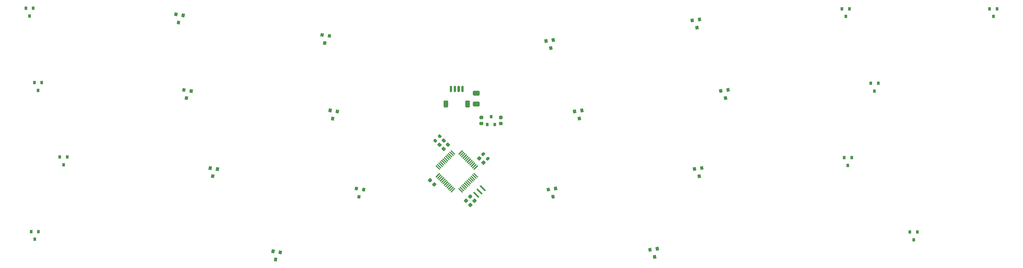
<source format=gbr>
%TF.GenerationSoftware,KiCad,Pcbnew,(5.1.8)-1*%
%TF.CreationDate,2021-05-05T18:46:58+02:00*%
%TF.ProjectId,Annelise,416e6e65-6c69-4736-952e-6b696361645f,rev?*%
%TF.SameCoordinates,Original*%
%TF.FileFunction,Paste,Bot*%
%TF.FilePolarity,Positive*%
%FSLAX46Y46*%
G04 Gerber Fmt 4.6, Leading zero omitted, Abs format (unit mm)*
G04 Created by KiCad (PCBNEW (5.1.8)-1) date 2021-05-05 18:46:58*
%MOMM*%
%LPD*%
G01*
G04 APERTURE LIST*
%ADD10C,0.100000*%
%ADD11R,0.800000X0.900000*%
G04 APERTURE END LIST*
D10*
%TO.C,Y1*%
G36*
X167543567Y-131394150D02*
G01*
X168887070Y-132737653D01*
X168604227Y-133020496D01*
X167260724Y-131676993D01*
X167543567Y-131394150D01*
G37*
G36*
X168392095Y-130545622D02*
G01*
X169735598Y-131889125D01*
X169452755Y-132171968D01*
X168109252Y-130828465D01*
X168392095Y-130545622D01*
G37*
G36*
X169240623Y-129697094D02*
G01*
X170584126Y-131040597D01*
X170301283Y-131323440D01*
X168957780Y-129979937D01*
X169240623Y-129697094D01*
G37*
%TD*%
D11*
%TO.C,U3*%
X171872425Y-112033795D03*
X170922425Y-114033795D03*
X172822425Y-114033795D03*
%TD*%
%TO.C,U2*%
G36*
G01*
X168484825Y-124822615D02*
X167547909Y-125759531D01*
G75*
G02*
X167441843Y-125759531I-53033J53033D01*
G01*
X167335777Y-125653465D01*
G75*
G02*
X167335777Y-125547399I53033J53033D01*
G01*
X168272693Y-124610483D01*
G75*
G02*
X168378759Y-124610483I53033J-53033D01*
G01*
X168484825Y-124716549D01*
G75*
G02*
X168484825Y-124822615I-53033J-53033D01*
G01*
G37*
G36*
G01*
X168131271Y-124469061D02*
X167194355Y-125405977D01*
G75*
G02*
X167088289Y-125405977I-53033J53033D01*
G01*
X166982223Y-125299911D01*
G75*
G02*
X166982223Y-125193845I53033J53033D01*
G01*
X167919139Y-124256929D01*
G75*
G02*
X168025205Y-124256929I53033J-53033D01*
G01*
X168131271Y-124362995D01*
G75*
G02*
X168131271Y-124469061I-53033J-53033D01*
G01*
G37*
G36*
G01*
X167777718Y-124115508D02*
X166840802Y-125052424D01*
G75*
G02*
X166734736Y-125052424I-53033J53033D01*
G01*
X166628670Y-124946358D01*
G75*
G02*
X166628670Y-124840292I53033J53033D01*
G01*
X167565586Y-123903376D01*
G75*
G02*
X167671652Y-123903376I53033J-53033D01*
G01*
X167777718Y-124009442D01*
G75*
G02*
X167777718Y-124115508I-53033J-53033D01*
G01*
G37*
G36*
G01*
X167424164Y-123761954D02*
X166487248Y-124698870D01*
G75*
G02*
X166381182Y-124698870I-53033J53033D01*
G01*
X166275116Y-124592804D01*
G75*
G02*
X166275116Y-124486738I53033J53033D01*
G01*
X167212032Y-123549822D01*
G75*
G02*
X167318098Y-123549822I53033J-53033D01*
G01*
X167424164Y-123655888D01*
G75*
G02*
X167424164Y-123761954I-53033J-53033D01*
G01*
G37*
G36*
G01*
X167070611Y-123408401D02*
X166133695Y-124345317D01*
G75*
G02*
X166027629Y-124345317I-53033J53033D01*
G01*
X165921563Y-124239251D01*
G75*
G02*
X165921563Y-124133185I53033J53033D01*
G01*
X166858479Y-123196269D01*
G75*
G02*
X166964545Y-123196269I53033J-53033D01*
G01*
X167070611Y-123302335D01*
G75*
G02*
X167070611Y-123408401I-53033J-53033D01*
G01*
G37*
G36*
G01*
X166717058Y-123054848D02*
X165780142Y-123991764D01*
G75*
G02*
X165674076Y-123991764I-53033J53033D01*
G01*
X165568010Y-123885698D01*
G75*
G02*
X165568010Y-123779632I53033J53033D01*
G01*
X166504926Y-122842716D01*
G75*
G02*
X166610992Y-122842716I53033J-53033D01*
G01*
X166717058Y-122948782D01*
G75*
G02*
X166717058Y-123054848I-53033J-53033D01*
G01*
G37*
G36*
G01*
X166363504Y-122701294D02*
X165426588Y-123638210D01*
G75*
G02*
X165320522Y-123638210I-53033J53033D01*
G01*
X165214456Y-123532144D01*
G75*
G02*
X165214456Y-123426078I53033J53033D01*
G01*
X166151372Y-122489162D01*
G75*
G02*
X166257438Y-122489162I53033J-53033D01*
G01*
X166363504Y-122595228D01*
G75*
G02*
X166363504Y-122701294I-53033J-53033D01*
G01*
G37*
G36*
G01*
X166009951Y-122347741D02*
X165073035Y-123284657D01*
G75*
G02*
X164966969Y-123284657I-53033J53033D01*
G01*
X164860903Y-123178591D01*
G75*
G02*
X164860903Y-123072525I53033J53033D01*
G01*
X165797819Y-122135609D01*
G75*
G02*
X165903885Y-122135609I53033J-53033D01*
G01*
X166009951Y-122241675D01*
G75*
G02*
X166009951Y-122347741I-53033J-53033D01*
G01*
G37*
G36*
G01*
X165656398Y-121994188D02*
X164719482Y-122931104D01*
G75*
G02*
X164613416Y-122931104I-53033J53033D01*
G01*
X164507350Y-122825038D01*
G75*
G02*
X164507350Y-122718972I53033J53033D01*
G01*
X165444266Y-121782056D01*
G75*
G02*
X165550332Y-121782056I53033J-53033D01*
G01*
X165656398Y-121888122D01*
G75*
G02*
X165656398Y-121994188I-53033J-53033D01*
G01*
G37*
G36*
G01*
X165302844Y-121640634D02*
X164365928Y-122577550D01*
G75*
G02*
X164259862Y-122577550I-53033J53033D01*
G01*
X164153796Y-122471484D01*
G75*
G02*
X164153796Y-122365418I53033J53033D01*
G01*
X165090712Y-121428502D01*
G75*
G02*
X165196778Y-121428502I53033J-53033D01*
G01*
X165302844Y-121534568D01*
G75*
G02*
X165302844Y-121640634I-53033J-53033D01*
G01*
G37*
G36*
G01*
X164949291Y-121287081D02*
X164012375Y-122223997D01*
G75*
G02*
X163906309Y-122223997I-53033J53033D01*
G01*
X163800243Y-122117931D01*
G75*
G02*
X163800243Y-122011865I53033J53033D01*
G01*
X164737159Y-121074949D01*
G75*
G02*
X164843225Y-121074949I53033J-53033D01*
G01*
X164949291Y-121181015D01*
G75*
G02*
X164949291Y-121287081I-53033J-53033D01*
G01*
G37*
G36*
G01*
X164595737Y-120933527D02*
X163658821Y-121870443D01*
G75*
G02*
X163552755Y-121870443I-53033J53033D01*
G01*
X163446689Y-121764377D01*
G75*
G02*
X163446689Y-121658311I53033J53033D01*
G01*
X164383605Y-120721395D01*
G75*
G02*
X164489671Y-120721395I53033J-53033D01*
G01*
X164595737Y-120827461D01*
G75*
G02*
X164595737Y-120933527I-53033J-53033D01*
G01*
G37*
G36*
G01*
X162598161Y-121764377D02*
X162492095Y-121870443D01*
G75*
G02*
X162386029Y-121870443I-53033J53033D01*
G01*
X161449113Y-120933527D01*
G75*
G02*
X161449113Y-120827461I53033J53033D01*
G01*
X161555179Y-120721395D01*
G75*
G02*
X161661245Y-120721395I53033J-53033D01*
G01*
X162598161Y-121658311D01*
G75*
G02*
X162598161Y-121764377I-53033J-53033D01*
G01*
G37*
G36*
G01*
X162244607Y-122117931D02*
X162138541Y-122223997D01*
G75*
G02*
X162032475Y-122223997I-53033J53033D01*
G01*
X161095559Y-121287081D01*
G75*
G02*
X161095559Y-121181015I53033J53033D01*
G01*
X161201625Y-121074949D01*
G75*
G02*
X161307691Y-121074949I53033J-53033D01*
G01*
X162244607Y-122011865D01*
G75*
G02*
X162244607Y-122117931I-53033J-53033D01*
G01*
G37*
G36*
G01*
X161891054Y-122471484D02*
X161784988Y-122577550D01*
G75*
G02*
X161678922Y-122577550I-53033J53033D01*
G01*
X160742006Y-121640634D01*
G75*
G02*
X160742006Y-121534568I53033J53033D01*
G01*
X160848072Y-121428502D01*
G75*
G02*
X160954138Y-121428502I53033J-53033D01*
G01*
X161891054Y-122365418D01*
G75*
G02*
X161891054Y-122471484I-53033J-53033D01*
G01*
G37*
G36*
G01*
X161537500Y-122825038D02*
X161431434Y-122931104D01*
G75*
G02*
X161325368Y-122931104I-53033J53033D01*
G01*
X160388452Y-121994188D01*
G75*
G02*
X160388452Y-121888122I53033J53033D01*
G01*
X160494518Y-121782056D01*
G75*
G02*
X160600584Y-121782056I53033J-53033D01*
G01*
X161537500Y-122718972D01*
G75*
G02*
X161537500Y-122825038I-53033J-53033D01*
G01*
G37*
G36*
G01*
X161183947Y-123178591D02*
X161077881Y-123284657D01*
G75*
G02*
X160971815Y-123284657I-53033J53033D01*
G01*
X160034899Y-122347741D01*
G75*
G02*
X160034899Y-122241675I53033J53033D01*
G01*
X160140965Y-122135609D01*
G75*
G02*
X160247031Y-122135609I53033J-53033D01*
G01*
X161183947Y-123072525D01*
G75*
G02*
X161183947Y-123178591I-53033J-53033D01*
G01*
G37*
G36*
G01*
X160830394Y-123532144D02*
X160724328Y-123638210D01*
G75*
G02*
X160618262Y-123638210I-53033J53033D01*
G01*
X159681346Y-122701294D01*
G75*
G02*
X159681346Y-122595228I53033J53033D01*
G01*
X159787412Y-122489162D01*
G75*
G02*
X159893478Y-122489162I53033J-53033D01*
G01*
X160830394Y-123426078D01*
G75*
G02*
X160830394Y-123532144I-53033J-53033D01*
G01*
G37*
G36*
G01*
X160476840Y-123885698D02*
X160370774Y-123991764D01*
G75*
G02*
X160264708Y-123991764I-53033J53033D01*
G01*
X159327792Y-123054848D01*
G75*
G02*
X159327792Y-122948782I53033J53033D01*
G01*
X159433858Y-122842716D01*
G75*
G02*
X159539924Y-122842716I53033J-53033D01*
G01*
X160476840Y-123779632D01*
G75*
G02*
X160476840Y-123885698I-53033J-53033D01*
G01*
G37*
G36*
G01*
X160123287Y-124239251D02*
X160017221Y-124345317D01*
G75*
G02*
X159911155Y-124345317I-53033J53033D01*
G01*
X158974239Y-123408401D01*
G75*
G02*
X158974239Y-123302335I53033J53033D01*
G01*
X159080305Y-123196269D01*
G75*
G02*
X159186371Y-123196269I53033J-53033D01*
G01*
X160123287Y-124133185D01*
G75*
G02*
X160123287Y-124239251I-53033J-53033D01*
G01*
G37*
G36*
G01*
X159769734Y-124592804D02*
X159663668Y-124698870D01*
G75*
G02*
X159557602Y-124698870I-53033J53033D01*
G01*
X158620686Y-123761954D01*
G75*
G02*
X158620686Y-123655888I53033J53033D01*
G01*
X158726752Y-123549822D01*
G75*
G02*
X158832818Y-123549822I53033J-53033D01*
G01*
X159769734Y-124486738D01*
G75*
G02*
X159769734Y-124592804I-53033J-53033D01*
G01*
G37*
G36*
G01*
X159416180Y-124946358D02*
X159310114Y-125052424D01*
G75*
G02*
X159204048Y-125052424I-53033J53033D01*
G01*
X158267132Y-124115508D01*
G75*
G02*
X158267132Y-124009442I53033J53033D01*
G01*
X158373198Y-123903376D01*
G75*
G02*
X158479264Y-123903376I53033J-53033D01*
G01*
X159416180Y-124840292D01*
G75*
G02*
X159416180Y-124946358I-53033J-53033D01*
G01*
G37*
G36*
G01*
X159062627Y-125299911D02*
X158956561Y-125405977D01*
G75*
G02*
X158850495Y-125405977I-53033J53033D01*
G01*
X157913579Y-124469061D01*
G75*
G02*
X157913579Y-124362995I53033J53033D01*
G01*
X158019645Y-124256929D01*
G75*
G02*
X158125711Y-124256929I53033J-53033D01*
G01*
X159062627Y-125193845D01*
G75*
G02*
X159062627Y-125299911I-53033J-53033D01*
G01*
G37*
G36*
G01*
X158709073Y-125653465D02*
X158603007Y-125759531D01*
G75*
G02*
X158496941Y-125759531I-53033J53033D01*
G01*
X157560025Y-124822615D01*
G75*
G02*
X157560025Y-124716549I53033J53033D01*
G01*
X157666091Y-124610483D01*
G75*
G02*
X157772157Y-124610483I53033J-53033D01*
G01*
X158709073Y-125547399D01*
G75*
G02*
X158709073Y-125653465I-53033J-53033D01*
G01*
G37*
G36*
G01*
X158709073Y-126820191D02*
X157772157Y-127757107D01*
G75*
G02*
X157666091Y-127757107I-53033J53033D01*
G01*
X157560025Y-127651041D01*
G75*
G02*
X157560025Y-127544975I53033J53033D01*
G01*
X158496941Y-126608059D01*
G75*
G02*
X158603007Y-126608059I53033J-53033D01*
G01*
X158709073Y-126714125D01*
G75*
G02*
X158709073Y-126820191I-53033J-53033D01*
G01*
G37*
G36*
G01*
X159062627Y-127173745D02*
X158125711Y-128110661D01*
G75*
G02*
X158019645Y-128110661I-53033J53033D01*
G01*
X157913579Y-128004595D01*
G75*
G02*
X157913579Y-127898529I53033J53033D01*
G01*
X158850495Y-126961613D01*
G75*
G02*
X158956561Y-126961613I53033J-53033D01*
G01*
X159062627Y-127067679D01*
G75*
G02*
X159062627Y-127173745I-53033J-53033D01*
G01*
G37*
G36*
G01*
X159416180Y-127527298D02*
X158479264Y-128464214D01*
G75*
G02*
X158373198Y-128464214I-53033J53033D01*
G01*
X158267132Y-128358148D01*
G75*
G02*
X158267132Y-128252082I53033J53033D01*
G01*
X159204048Y-127315166D01*
G75*
G02*
X159310114Y-127315166I53033J-53033D01*
G01*
X159416180Y-127421232D01*
G75*
G02*
X159416180Y-127527298I-53033J-53033D01*
G01*
G37*
G36*
G01*
X159769734Y-127880852D02*
X158832818Y-128817768D01*
G75*
G02*
X158726752Y-128817768I-53033J53033D01*
G01*
X158620686Y-128711702D01*
G75*
G02*
X158620686Y-128605636I53033J53033D01*
G01*
X159557602Y-127668720D01*
G75*
G02*
X159663668Y-127668720I53033J-53033D01*
G01*
X159769734Y-127774786D01*
G75*
G02*
X159769734Y-127880852I-53033J-53033D01*
G01*
G37*
G36*
G01*
X160123287Y-128234405D02*
X159186371Y-129171321D01*
G75*
G02*
X159080305Y-129171321I-53033J53033D01*
G01*
X158974239Y-129065255D01*
G75*
G02*
X158974239Y-128959189I53033J53033D01*
G01*
X159911155Y-128022273D01*
G75*
G02*
X160017221Y-128022273I53033J-53033D01*
G01*
X160123287Y-128128339D01*
G75*
G02*
X160123287Y-128234405I-53033J-53033D01*
G01*
G37*
G36*
G01*
X160476840Y-128587958D02*
X159539924Y-129524874D01*
G75*
G02*
X159433858Y-129524874I-53033J53033D01*
G01*
X159327792Y-129418808D01*
G75*
G02*
X159327792Y-129312742I53033J53033D01*
G01*
X160264708Y-128375826D01*
G75*
G02*
X160370774Y-128375826I53033J-53033D01*
G01*
X160476840Y-128481892D01*
G75*
G02*
X160476840Y-128587958I-53033J-53033D01*
G01*
G37*
G36*
G01*
X160830394Y-128941512D02*
X159893478Y-129878428D01*
G75*
G02*
X159787412Y-129878428I-53033J53033D01*
G01*
X159681346Y-129772362D01*
G75*
G02*
X159681346Y-129666296I53033J53033D01*
G01*
X160618262Y-128729380D01*
G75*
G02*
X160724328Y-128729380I53033J-53033D01*
G01*
X160830394Y-128835446D01*
G75*
G02*
X160830394Y-128941512I-53033J-53033D01*
G01*
G37*
G36*
G01*
X161183947Y-129295065D02*
X160247031Y-130231981D01*
G75*
G02*
X160140965Y-130231981I-53033J53033D01*
G01*
X160034899Y-130125915D01*
G75*
G02*
X160034899Y-130019849I53033J53033D01*
G01*
X160971815Y-129082933D01*
G75*
G02*
X161077881Y-129082933I53033J-53033D01*
G01*
X161183947Y-129188999D01*
G75*
G02*
X161183947Y-129295065I-53033J-53033D01*
G01*
G37*
G36*
G01*
X161537500Y-129648618D02*
X160600584Y-130585534D01*
G75*
G02*
X160494518Y-130585534I-53033J53033D01*
G01*
X160388452Y-130479468D01*
G75*
G02*
X160388452Y-130373402I53033J53033D01*
G01*
X161325368Y-129436486D01*
G75*
G02*
X161431434Y-129436486I53033J-53033D01*
G01*
X161537500Y-129542552D01*
G75*
G02*
X161537500Y-129648618I-53033J-53033D01*
G01*
G37*
G36*
G01*
X161891054Y-130002172D02*
X160954138Y-130939088D01*
G75*
G02*
X160848072Y-130939088I-53033J53033D01*
G01*
X160742006Y-130833022D01*
G75*
G02*
X160742006Y-130726956I53033J53033D01*
G01*
X161678922Y-129790040D01*
G75*
G02*
X161784988Y-129790040I53033J-53033D01*
G01*
X161891054Y-129896106D01*
G75*
G02*
X161891054Y-130002172I-53033J-53033D01*
G01*
G37*
G36*
G01*
X162244607Y-130355725D02*
X161307691Y-131292641D01*
G75*
G02*
X161201625Y-131292641I-53033J53033D01*
G01*
X161095559Y-131186575D01*
G75*
G02*
X161095559Y-131080509I53033J53033D01*
G01*
X162032475Y-130143593D01*
G75*
G02*
X162138541Y-130143593I53033J-53033D01*
G01*
X162244607Y-130249659D01*
G75*
G02*
X162244607Y-130355725I-53033J-53033D01*
G01*
G37*
G36*
G01*
X162598161Y-130709279D02*
X161661245Y-131646195D01*
G75*
G02*
X161555179Y-131646195I-53033J53033D01*
G01*
X161449113Y-131540129D01*
G75*
G02*
X161449113Y-131434063I53033J53033D01*
G01*
X162386029Y-130497147D01*
G75*
G02*
X162492095Y-130497147I53033J-53033D01*
G01*
X162598161Y-130603213D01*
G75*
G02*
X162598161Y-130709279I-53033J-53033D01*
G01*
G37*
G36*
G01*
X164595737Y-131540129D02*
X164489671Y-131646195D01*
G75*
G02*
X164383605Y-131646195I-53033J53033D01*
G01*
X163446689Y-130709279D01*
G75*
G02*
X163446689Y-130603213I53033J53033D01*
G01*
X163552755Y-130497147D01*
G75*
G02*
X163658821Y-130497147I53033J-53033D01*
G01*
X164595737Y-131434063D01*
G75*
G02*
X164595737Y-131540129I-53033J-53033D01*
G01*
G37*
G36*
G01*
X164949291Y-131186575D02*
X164843225Y-131292641D01*
G75*
G02*
X164737159Y-131292641I-53033J53033D01*
G01*
X163800243Y-130355725D01*
G75*
G02*
X163800243Y-130249659I53033J53033D01*
G01*
X163906309Y-130143593D01*
G75*
G02*
X164012375Y-130143593I53033J-53033D01*
G01*
X164949291Y-131080509D01*
G75*
G02*
X164949291Y-131186575I-53033J-53033D01*
G01*
G37*
G36*
G01*
X165302844Y-130833022D02*
X165196778Y-130939088D01*
G75*
G02*
X165090712Y-130939088I-53033J53033D01*
G01*
X164153796Y-130002172D01*
G75*
G02*
X164153796Y-129896106I53033J53033D01*
G01*
X164259862Y-129790040D01*
G75*
G02*
X164365928Y-129790040I53033J-53033D01*
G01*
X165302844Y-130726956D01*
G75*
G02*
X165302844Y-130833022I-53033J-53033D01*
G01*
G37*
G36*
G01*
X165656398Y-130479468D02*
X165550332Y-130585534D01*
G75*
G02*
X165444266Y-130585534I-53033J53033D01*
G01*
X164507350Y-129648618D01*
G75*
G02*
X164507350Y-129542552I53033J53033D01*
G01*
X164613416Y-129436486D01*
G75*
G02*
X164719482Y-129436486I53033J-53033D01*
G01*
X165656398Y-130373402D01*
G75*
G02*
X165656398Y-130479468I-53033J-53033D01*
G01*
G37*
G36*
G01*
X166009951Y-130125915D02*
X165903885Y-130231981D01*
G75*
G02*
X165797819Y-130231981I-53033J53033D01*
G01*
X164860903Y-129295065D01*
G75*
G02*
X164860903Y-129188999I53033J53033D01*
G01*
X164966969Y-129082933D01*
G75*
G02*
X165073035Y-129082933I53033J-53033D01*
G01*
X166009951Y-130019849D01*
G75*
G02*
X166009951Y-130125915I-53033J-53033D01*
G01*
G37*
G36*
G01*
X166363504Y-129772362D02*
X166257438Y-129878428D01*
G75*
G02*
X166151372Y-129878428I-53033J53033D01*
G01*
X165214456Y-128941512D01*
G75*
G02*
X165214456Y-128835446I53033J53033D01*
G01*
X165320522Y-128729380D01*
G75*
G02*
X165426588Y-128729380I53033J-53033D01*
G01*
X166363504Y-129666296D01*
G75*
G02*
X166363504Y-129772362I-53033J-53033D01*
G01*
G37*
G36*
G01*
X166717058Y-129418808D02*
X166610992Y-129524874D01*
G75*
G02*
X166504926Y-129524874I-53033J53033D01*
G01*
X165568010Y-128587958D01*
G75*
G02*
X165568010Y-128481892I53033J53033D01*
G01*
X165674076Y-128375826D01*
G75*
G02*
X165780142Y-128375826I53033J-53033D01*
G01*
X166717058Y-129312742D01*
G75*
G02*
X166717058Y-129418808I-53033J-53033D01*
G01*
G37*
G36*
G01*
X167070611Y-129065255D02*
X166964545Y-129171321D01*
G75*
G02*
X166858479Y-129171321I-53033J53033D01*
G01*
X165921563Y-128234405D01*
G75*
G02*
X165921563Y-128128339I53033J53033D01*
G01*
X166027629Y-128022273D01*
G75*
G02*
X166133695Y-128022273I53033J-53033D01*
G01*
X167070611Y-128959189D01*
G75*
G02*
X167070611Y-129065255I-53033J-53033D01*
G01*
G37*
G36*
G01*
X167424164Y-128711702D02*
X167318098Y-128817768D01*
G75*
G02*
X167212032Y-128817768I-53033J53033D01*
G01*
X166275116Y-127880852D01*
G75*
G02*
X166275116Y-127774786I53033J53033D01*
G01*
X166381182Y-127668720D01*
G75*
G02*
X166487248Y-127668720I53033J-53033D01*
G01*
X167424164Y-128605636D01*
G75*
G02*
X167424164Y-128711702I-53033J-53033D01*
G01*
G37*
G36*
G01*
X167777718Y-128358148D02*
X167671652Y-128464214D01*
G75*
G02*
X167565586Y-128464214I-53033J53033D01*
G01*
X166628670Y-127527298D01*
G75*
G02*
X166628670Y-127421232I53033J53033D01*
G01*
X166734736Y-127315166D01*
G75*
G02*
X166840802Y-127315166I53033J-53033D01*
G01*
X167777718Y-128252082D01*
G75*
G02*
X167777718Y-128358148I-53033J-53033D01*
G01*
G37*
G36*
G01*
X168131271Y-128004595D02*
X168025205Y-128110661D01*
G75*
G02*
X167919139Y-128110661I-53033J53033D01*
G01*
X166982223Y-127173745D01*
G75*
G02*
X166982223Y-127067679I53033J53033D01*
G01*
X167088289Y-126961613D01*
G75*
G02*
X167194355Y-126961613I53033J-53033D01*
G01*
X168131271Y-127898529D01*
G75*
G02*
X168131271Y-128004595I-53033J-53033D01*
G01*
G37*
G36*
G01*
X168484825Y-127651041D02*
X168378759Y-127757107D01*
G75*
G02*
X168272693Y-127757107I-53033J53033D01*
G01*
X167335777Y-126820191D01*
G75*
G02*
X167335777Y-126714125I53033J53033D01*
G01*
X167441843Y-126608059D01*
G75*
G02*
X167547909Y-126608059I53033J-53033D01*
G01*
X168484825Y-127544975D01*
G75*
G02*
X168484825Y-127651041I-53033J-53033D01*
G01*
G37*
%TD*%
%TO.C,R4*%
G36*
G01*
X170553491Y-122803770D02*
X170942400Y-122414861D01*
G75*
G02*
X171225242Y-122414861I141421J-141421D01*
G01*
X171508085Y-122697704D01*
G75*
G02*
X171508085Y-122980546I-141421J-141421D01*
G01*
X171119176Y-123369455D01*
G75*
G02*
X170836334Y-123369455I-141421J141421D01*
G01*
X170553491Y-123086612D01*
G75*
G02*
X170553491Y-122803770I141421J141421D01*
G01*
G37*
G36*
G01*
X169386765Y-121637044D02*
X169775674Y-121248135D01*
G75*
G02*
X170058516Y-121248135I141421J-141421D01*
G01*
X170341359Y-121530978D01*
G75*
G02*
X170341359Y-121813820I-141421J-141421D01*
G01*
X169952450Y-122202729D01*
G75*
G02*
X169669608Y-122202729I-141421J141421D01*
G01*
X169386765Y-121919886D01*
G75*
G02*
X169386765Y-121637044I141421J141421D01*
G01*
G37*
%TD*%
%TO.C,R3*%
G36*
G01*
X157552450Y-117789861D02*
X157941359Y-118178770D01*
G75*
G02*
X157941359Y-118461612I-141421J-141421D01*
G01*
X157658516Y-118744455D01*
G75*
G02*
X157375674Y-118744455I-141421J141421D01*
G01*
X156986765Y-118355546D01*
G75*
G02*
X156986765Y-118072704I141421J141421D01*
G01*
X157269608Y-117789861D01*
G75*
G02*
X157552450Y-117789861I141421J-141421D01*
G01*
G37*
G36*
G01*
X158719176Y-116623135D02*
X159108085Y-117012044D01*
G75*
G02*
X159108085Y-117294886I-141421J-141421D01*
G01*
X158825242Y-117577729D01*
G75*
G02*
X158542400Y-117577729I-141421J141421D01*
G01*
X158153491Y-117188820D01*
G75*
G02*
X158153491Y-116905978I141421J141421D01*
G01*
X158436334Y-116623135D01*
G75*
G02*
X158719176Y-116623135I141421J-141421D01*
G01*
G37*
%TD*%
%TO.C,J1*%
G36*
G01*
X160822425Y-108108794D02*
X160822425Y-109408796D01*
G75*
G02*
X160572426Y-109658795I-249999J0D01*
G01*
X159872424Y-109658795D01*
G75*
G02*
X159622425Y-109408796I0J249999D01*
G01*
X159622425Y-108108794D01*
G75*
G02*
X159872424Y-107858795I249999J0D01*
G01*
X160572426Y-107858795D01*
G75*
G02*
X160822425Y-108108794I0J-249999D01*
G01*
G37*
G36*
G01*
X166422425Y-108108794D02*
X166422425Y-109408796D01*
G75*
G02*
X166172426Y-109658795I-249999J0D01*
G01*
X165472424Y-109658795D01*
G75*
G02*
X165222425Y-109408796I0J249999D01*
G01*
X165222425Y-108108794D01*
G75*
G02*
X165472424Y-107858795I249999J0D01*
G01*
X166172426Y-107858795D01*
G75*
G02*
X166422425Y-108108794I0J-249999D01*
G01*
G37*
G36*
G01*
X161822425Y-104258795D02*
X161822425Y-105508795D01*
G75*
G02*
X161672425Y-105658795I-150000J0D01*
G01*
X161372425Y-105658795D01*
G75*
G02*
X161222425Y-105508795I0J150000D01*
G01*
X161222425Y-104258795D01*
G75*
G02*
X161372425Y-104108795I150000J0D01*
G01*
X161672425Y-104108795D01*
G75*
G02*
X161822425Y-104258795I0J-150000D01*
G01*
G37*
G36*
G01*
X162822425Y-104258795D02*
X162822425Y-105508795D01*
G75*
G02*
X162672425Y-105658795I-150000J0D01*
G01*
X162372425Y-105658795D01*
G75*
G02*
X162222425Y-105508795I0J150000D01*
G01*
X162222425Y-104258795D01*
G75*
G02*
X162372425Y-104108795I150000J0D01*
G01*
X162672425Y-104108795D01*
G75*
G02*
X162822425Y-104258795I0J-150000D01*
G01*
G37*
G36*
G01*
X163822425Y-104258795D02*
X163822425Y-105508795D01*
G75*
G02*
X163672425Y-105658795I-150000J0D01*
G01*
X163372425Y-105658795D01*
G75*
G02*
X163222425Y-105508795I0J150000D01*
G01*
X163222425Y-104258795D01*
G75*
G02*
X163372425Y-104108795I150000J0D01*
G01*
X163672425Y-104108795D01*
G75*
G02*
X163822425Y-104258795I0J-150000D01*
G01*
G37*
G36*
G01*
X164822425Y-104258795D02*
X164822425Y-105508795D01*
G75*
G02*
X164672425Y-105658795I-150000J0D01*
G01*
X164372425Y-105658795D01*
G75*
G02*
X164222425Y-105508795I0J150000D01*
G01*
X164222425Y-104258795D01*
G75*
G02*
X164372425Y-104108795I150000J0D01*
G01*
X164672425Y-104108795D01*
G75*
G02*
X164822425Y-104258795I0J-150000D01*
G01*
G37*
%TD*%
%TO.C,F1*%
G36*
G01*
X167447425Y-108158795D02*
X168697425Y-108158795D01*
G75*
G02*
X168947425Y-108408795I0J-250000D01*
G01*
X168947425Y-109158795D01*
G75*
G02*
X168697425Y-109408795I-250000J0D01*
G01*
X167447425Y-109408795D01*
G75*
G02*
X167197425Y-109158795I0J250000D01*
G01*
X167197425Y-108408795D01*
G75*
G02*
X167447425Y-108158795I250000J0D01*
G01*
G37*
G36*
G01*
X167447425Y-105358795D02*
X168697425Y-105358795D01*
G75*
G02*
X168947425Y-105608795I0J-250000D01*
G01*
X168947425Y-106358795D01*
G75*
G02*
X168697425Y-106608795I-250000J0D01*
G01*
X167447425Y-106608795D01*
G75*
G02*
X167197425Y-106358795I0J250000D01*
G01*
X167197425Y-105608795D01*
G75*
G02*
X167447425Y-105358795I250000J0D01*
G01*
G37*
%TD*%
%TO.C,D23*%
X280915227Y-143880312D03*
X281865227Y-141880312D03*
X279965227Y-141880312D03*
%TD*%
D10*
%TO.C,D22*%
G36*
X213640425Y-147887983D02*
G01*
X214432639Y-147776644D01*
X214557895Y-148667885D01*
X213765681Y-148779224D01*
X213640425Y-147887983D01*
G37*
G36*
X214302834Y-145775232D02*
G01*
X215095048Y-145663893D01*
X215220304Y-146555134D01*
X214428090Y-146666473D01*
X214302834Y-145775232D01*
G37*
G36*
X212421324Y-146039661D02*
G01*
X213213538Y-145928322D01*
X213338794Y-146819563D01*
X212546580Y-146930902D01*
X212421324Y-146039661D01*
G37*
%TD*%
%TO.C,D21*%
G36*
X115938566Y-148455663D02*
G01*
X116730780Y-148567002D01*
X116605524Y-149458243D01*
X115813310Y-149346904D01*
X115938566Y-148455663D01*
G37*
G36*
X117157667Y-146607341D02*
G01*
X117949881Y-146718680D01*
X117824625Y-147609921D01*
X117032411Y-147498582D01*
X117157667Y-146607341D01*
G37*
G36*
X115276157Y-146342912D02*
G01*
X116068371Y-146454251D01*
X115943115Y-147345492D01*
X115150901Y-147234153D01*
X115276157Y-146342912D01*
G37*
%TD*%
D11*
%TO.C,D20*%
X54127228Y-143728505D03*
X55077228Y-141728505D03*
X53177228Y-141728505D03*
%TD*%
%TO.C,D19*%
X263962727Y-124640763D03*
X264912727Y-122640763D03*
X263012727Y-122640763D03*
%TD*%
D10*
%TO.C,D18*%
G36*
X225137633Y-127034940D02*
G01*
X225929847Y-126923601D01*
X226055103Y-127814842D01*
X225262889Y-127926181D01*
X225137633Y-127034940D01*
G37*
G36*
X225800042Y-124922189D02*
G01*
X226592256Y-124810850D01*
X226717512Y-125702091D01*
X225925298Y-125813430D01*
X225800042Y-124922189D01*
G37*
G36*
X223918532Y-125186618D02*
G01*
X224710746Y-125075279D01*
X224836002Y-125966520D01*
X224043788Y-126077859D01*
X223918532Y-125186618D01*
G37*
%TD*%
%TO.C,D17*%
G36*
X187408419Y-132337435D02*
G01*
X188200633Y-132226096D01*
X188325889Y-133117337D01*
X187533675Y-133228676D01*
X187408419Y-132337435D01*
G37*
G36*
X188070828Y-130224684D02*
G01*
X188863042Y-130113345D01*
X188988298Y-131004586D01*
X188196084Y-131115925D01*
X188070828Y-130224684D01*
G37*
G36*
X186189318Y-130489113D02*
G01*
X186981532Y-130377774D01*
X187106788Y-131269015D01*
X186314574Y-131380354D01*
X186189318Y-130489113D01*
G37*
%TD*%
%TO.C,D16*%
G36*
X137454419Y-132242304D02*
G01*
X138246633Y-132353643D01*
X138121377Y-133244884D01*
X137329163Y-133133545D01*
X137454419Y-132242304D01*
G37*
G36*
X138673520Y-130393982D02*
G01*
X139465734Y-130505321D01*
X139340478Y-131396562D01*
X138548264Y-131285223D01*
X138673520Y-130393982D01*
G37*
G36*
X136792010Y-130129553D02*
G01*
X137584224Y-130240892D01*
X137458968Y-131132133D01*
X136666754Y-131020794D01*
X136792010Y-130129553D01*
G37*
%TD*%
%TO.C,D15*%
G36*
X99725207Y-126939809D02*
G01*
X100517421Y-127051148D01*
X100392165Y-127942389D01*
X99599951Y-127831050D01*
X99725207Y-126939809D01*
G37*
G36*
X100944308Y-125091487D02*
G01*
X101736522Y-125202826D01*
X101611266Y-126094067D01*
X100819052Y-125982728D01*
X100944308Y-125091487D01*
G37*
G36*
X99062798Y-124827058D02*
G01*
X99855012Y-124938397D01*
X99729756Y-125829638D01*
X98937542Y-125718299D01*
X99062798Y-124827058D01*
G37*
%TD*%
D11*
%TO.C,D14*%
X61556728Y-124488952D03*
X62506728Y-122488952D03*
X60606728Y-122488952D03*
%TD*%
%TO.C,D13*%
X270820226Y-105399964D03*
X271770226Y-103399964D03*
X269870226Y-103399964D03*
%TD*%
D10*
%TO.C,D12*%
G36*
X231918689Y-106844710D02*
G01*
X232710903Y-106733371D01*
X232836159Y-107624612D01*
X232043945Y-107735951D01*
X231918689Y-106844710D01*
G37*
G36*
X232581098Y-104731959D02*
G01*
X233373312Y-104620620D01*
X233498568Y-105511861D01*
X232706354Y-105623200D01*
X232581098Y-104731959D01*
G37*
G36*
X230699588Y-104996388D02*
G01*
X231491802Y-104885049D01*
X231617058Y-105776290D01*
X230824844Y-105887629D01*
X230699588Y-104996388D01*
G37*
%TD*%
%TO.C,D11*%
G36*
X194189475Y-112147205D02*
G01*
X194981689Y-112035866D01*
X195106945Y-112927107D01*
X194314731Y-113038446D01*
X194189475Y-112147205D01*
G37*
G36*
X194851884Y-110034454D02*
G01*
X195644098Y-109923115D01*
X195769354Y-110814356D01*
X194977140Y-110925695D01*
X194851884Y-110034454D01*
G37*
G36*
X192970374Y-110298883D02*
G01*
X193762588Y-110187544D01*
X193887844Y-111078785D01*
X193095630Y-111190124D01*
X192970374Y-110298883D01*
G37*
%TD*%
%TO.C,D10*%
G36*
X130673365Y-112052074D02*
G01*
X131465579Y-112163413D01*
X131340323Y-113054654D01*
X130548109Y-112943315D01*
X130673365Y-112052074D01*
G37*
G36*
X131892466Y-110203752D02*
G01*
X132684680Y-110315091D01*
X132559424Y-111206332D01*
X131767210Y-111094993D01*
X131892466Y-110203752D01*
G37*
G36*
X130010956Y-109939323D02*
G01*
X130803170Y-110050662D01*
X130677914Y-110941903D01*
X129885700Y-110830564D01*
X130010956Y-109939323D01*
G37*
%TD*%
%TO.C,D9*%
G36*
X92944151Y-106749578D02*
G01*
X93736365Y-106860917D01*
X93611109Y-107752158D01*
X92818895Y-107640819D01*
X92944151Y-106749578D01*
G37*
G36*
X94163252Y-104901256D02*
G01*
X94955466Y-105012595D01*
X94830210Y-105903836D01*
X94037996Y-105792497D01*
X94163252Y-104901256D01*
G37*
G36*
X92281742Y-104636827D02*
G01*
X93073956Y-104748166D01*
X92948700Y-105639407D01*
X92156486Y-105528068D01*
X92281742Y-104636827D01*
G37*
%TD*%
D11*
%TO.C,D8*%
X54984229Y-105248155D03*
X55934229Y-103248155D03*
X54034229Y-103248155D03*
%TD*%
%TO.C,D7*%
X301491977Y-86159065D03*
X302441977Y-84159065D03*
X300541977Y-84159065D03*
%TD*%
%TO.C,D6*%
X263391977Y-86159065D03*
X264341977Y-84159065D03*
X262441977Y-84159065D03*
%TD*%
D10*
%TO.C,D5*%
G36*
X224551290Y-88642915D02*
G01*
X225343504Y-88531576D01*
X225468760Y-89422817D01*
X224676546Y-89534156D01*
X224551290Y-88642915D01*
G37*
G36*
X225213699Y-86530164D02*
G01*
X226005913Y-86418825D01*
X226131169Y-87310066D01*
X225338955Y-87421405D01*
X225213699Y-86530164D01*
G37*
G36*
X223332189Y-86794593D02*
G01*
X224124403Y-86683254D01*
X224249659Y-87574495D01*
X223457445Y-87685834D01*
X223332189Y-86794593D01*
G37*
%TD*%
%TO.C,D4*%
G36*
X186822076Y-93945411D02*
G01*
X187614290Y-93834072D01*
X187739546Y-94725313D01*
X186947332Y-94836652D01*
X186822076Y-93945411D01*
G37*
G36*
X187484485Y-91832660D02*
G01*
X188276699Y-91721321D01*
X188401955Y-92612562D01*
X187609741Y-92723901D01*
X187484485Y-91832660D01*
G37*
G36*
X185602975Y-92097089D02*
G01*
X186395189Y-91985750D01*
X186520445Y-92876991D01*
X185728231Y-92988330D01*
X185602975Y-92097089D01*
G37*
%TD*%
%TO.C,D3*%
G36*
X128608461Y-92524655D02*
G01*
X129400675Y-92635994D01*
X129275419Y-93527235D01*
X128483205Y-93415896D01*
X128608461Y-92524655D01*
G37*
G36*
X129827562Y-90676333D02*
G01*
X130619776Y-90787672D01*
X130494520Y-91678913D01*
X129702306Y-91567574D01*
X129827562Y-90676333D01*
G37*
G36*
X127946052Y-90411904D02*
G01*
X128738266Y-90523243D01*
X128613010Y-91414484D01*
X127820796Y-91303145D01*
X127946052Y-90411904D01*
G37*
%TD*%
%TO.C,D2*%
G36*
X90879247Y-87222160D02*
G01*
X91671461Y-87333499D01*
X91546205Y-88224740D01*
X90753991Y-88113401D01*
X90879247Y-87222160D01*
G37*
G36*
X92098348Y-85373838D02*
G01*
X92890562Y-85485177D01*
X92765306Y-86376418D01*
X91973092Y-86265079D01*
X92098348Y-85373838D01*
G37*
G36*
X90216838Y-85109409D02*
G01*
X91009052Y-85220748D01*
X90883796Y-86111989D01*
X90091582Y-86000650D01*
X90216838Y-85109409D01*
G37*
%TD*%
D11*
%TO.C,D1*%
X52793978Y-86007955D03*
X53743978Y-84007955D03*
X51843978Y-84007955D03*
%TD*%
%TO.C,C9*%
G36*
G01*
X169622425Y-112708795D02*
X169122425Y-112708795D01*
G75*
G02*
X168897425Y-112483795I0J225000D01*
G01*
X168897425Y-112033795D01*
G75*
G02*
X169122425Y-111808795I225000J0D01*
G01*
X169622425Y-111808795D01*
G75*
G02*
X169847425Y-112033795I0J-225000D01*
G01*
X169847425Y-112483795D01*
G75*
G02*
X169622425Y-112708795I-225000J0D01*
G01*
G37*
G36*
G01*
X169622425Y-114258795D02*
X169122425Y-114258795D01*
G75*
G02*
X168897425Y-114033795I0J225000D01*
G01*
X168897425Y-113583795D01*
G75*
G02*
X169122425Y-113358795I225000J0D01*
G01*
X169622425Y-113358795D01*
G75*
G02*
X169847425Y-113583795I0J-225000D01*
G01*
X169847425Y-114033795D01*
G75*
G02*
X169622425Y-114258795I-225000J0D01*
G01*
G37*
%TD*%
%TO.C,C8*%
G36*
G01*
X174122425Y-113358795D02*
X174622425Y-113358795D01*
G75*
G02*
X174847425Y-113583795I0J-225000D01*
G01*
X174847425Y-114033795D01*
G75*
G02*
X174622425Y-114258795I-225000J0D01*
G01*
X174122425Y-114258795D01*
G75*
G02*
X173897425Y-114033795I0J225000D01*
G01*
X173897425Y-113583795D01*
G75*
G02*
X174122425Y-113358795I225000J0D01*
G01*
G37*
G36*
G01*
X174122425Y-111808795D02*
X174622425Y-111808795D01*
G75*
G02*
X174847425Y-112033795I0J-225000D01*
G01*
X174847425Y-112483795D01*
G75*
G02*
X174622425Y-112708795I-225000J0D01*
G01*
X174122425Y-112708795D01*
G75*
G02*
X173897425Y-112483795I0J225000D01*
G01*
X173897425Y-112033795D01*
G75*
G02*
X174122425Y-111808795I225000J0D01*
G01*
G37*
%TD*%
%TO.C,C7*%
G36*
G01*
X158715838Y-118811828D02*
X159069392Y-119165382D01*
G75*
G02*
X159069392Y-119483580I-159099J-159099D01*
G01*
X158751194Y-119801778D01*
G75*
G02*
X158432996Y-119801778I-159099J159099D01*
G01*
X158079442Y-119448224D01*
G75*
G02*
X158079442Y-119130026I159099J159099D01*
G01*
X158397640Y-118811828D01*
G75*
G02*
X158715838Y-118811828I159099J-159099D01*
G01*
G37*
G36*
G01*
X159811854Y-117715812D02*
X160165408Y-118069366D01*
G75*
G02*
X160165408Y-118387564I-159099J-159099D01*
G01*
X159847210Y-118705762D01*
G75*
G02*
X159529012Y-118705762I-159099J159099D01*
G01*
X159175458Y-118352208D01*
G75*
G02*
X159175458Y-118034010I159099J159099D01*
G01*
X159493656Y-117715812D01*
G75*
G02*
X159811854Y-117715812I159099J-159099D01*
G01*
G37*
%TD*%
%TO.C,C6*%
G36*
G01*
X159790838Y-119886828D02*
X160144392Y-120240382D01*
G75*
G02*
X160144392Y-120558580I-159099J-159099D01*
G01*
X159826194Y-120876778D01*
G75*
G02*
X159507996Y-120876778I-159099J159099D01*
G01*
X159154442Y-120523224D01*
G75*
G02*
X159154442Y-120205026I159099J159099D01*
G01*
X159472640Y-119886828D01*
G75*
G02*
X159790838Y-119886828I159099J-159099D01*
G01*
G37*
G36*
G01*
X160886854Y-118790812D02*
X161240408Y-119144366D01*
G75*
G02*
X161240408Y-119462564I-159099J-159099D01*
G01*
X160922210Y-119780762D01*
G75*
G02*
X160604012Y-119780762I-159099J159099D01*
G01*
X160250458Y-119427208D01*
G75*
G02*
X160250458Y-119109010I159099J159099D01*
G01*
X160568656Y-118790812D01*
G75*
G02*
X160886854Y-118790812I159099J-159099D01*
G01*
G37*
%TD*%
%TO.C,C5*%
G36*
G01*
X156725458Y-129415382D02*
X157079012Y-129061828D01*
G75*
G02*
X157397210Y-129061828I159099J-159099D01*
G01*
X157715408Y-129380026D01*
G75*
G02*
X157715408Y-129698224I-159099J-159099D01*
G01*
X157361854Y-130051778D01*
G75*
G02*
X157043656Y-130051778I-159099J159099D01*
G01*
X156725458Y-129733580D01*
G75*
G02*
X156725458Y-129415382I159099J159099D01*
G01*
G37*
G36*
G01*
X155629442Y-128319366D02*
X155982996Y-127965812D01*
G75*
G02*
X156301194Y-127965812I159099J-159099D01*
G01*
X156619392Y-128284010D01*
G75*
G02*
X156619392Y-128602208I-159099J-159099D01*
G01*
X156265838Y-128955762D01*
G75*
G02*
X155947640Y-128955762I-159099J159099D01*
G01*
X155629442Y-128637564D01*
G75*
G02*
X155629442Y-128319366I159099J159099D01*
G01*
G37*
%TD*%
%TO.C,C4*%
G36*
G01*
X167100458Y-133640382D02*
X167454012Y-133286828D01*
G75*
G02*
X167772210Y-133286828I159099J-159099D01*
G01*
X168090408Y-133605026D01*
G75*
G02*
X168090408Y-133923224I-159099J-159099D01*
G01*
X167736854Y-134276778D01*
G75*
G02*
X167418656Y-134276778I-159099J159099D01*
G01*
X167100458Y-133958580D01*
G75*
G02*
X167100458Y-133640382I159099J159099D01*
G01*
G37*
G36*
G01*
X166004442Y-132544366D02*
X166357996Y-132190812D01*
G75*
G02*
X166676194Y-132190812I159099J-159099D01*
G01*
X166994392Y-132509010D01*
G75*
G02*
X166994392Y-132827208I-159099J-159099D01*
G01*
X166640838Y-133180762D01*
G75*
G02*
X166322640Y-133180762I-159099J159099D01*
G01*
X166004442Y-132862564D01*
G75*
G02*
X166004442Y-132544366I159099J159099D01*
G01*
G37*
%TD*%
%TO.C,C3*%
G36*
G01*
X169319392Y-122977208D02*
X168965838Y-123330762D01*
G75*
G02*
X168647640Y-123330762I-159099J159099D01*
G01*
X168329442Y-123012564D01*
G75*
G02*
X168329442Y-122694366I159099J159099D01*
G01*
X168682996Y-122340812D01*
G75*
G02*
X169001194Y-122340812I159099J-159099D01*
G01*
X169319392Y-122659010D01*
G75*
G02*
X169319392Y-122977208I-159099J-159099D01*
G01*
G37*
G36*
G01*
X170415408Y-124073224D02*
X170061854Y-124426778D01*
G75*
G02*
X169743656Y-124426778I-159099J159099D01*
G01*
X169425458Y-124108580D01*
G75*
G02*
X169425458Y-123790382I159099J159099D01*
G01*
X169779012Y-123436828D01*
G75*
G02*
X170097210Y-123436828I159099J-159099D01*
G01*
X170415408Y-123755026D01*
G75*
G02*
X170415408Y-124073224I-159099J-159099D01*
G01*
G37*
%TD*%
%TO.C,C1*%
G36*
G01*
X165919392Y-133902208D02*
X165565838Y-134255762D01*
G75*
G02*
X165247640Y-134255762I-159099J159099D01*
G01*
X164929442Y-133937564D01*
G75*
G02*
X164929442Y-133619366I159099J159099D01*
G01*
X165282996Y-133265812D01*
G75*
G02*
X165601194Y-133265812I159099J-159099D01*
G01*
X165919392Y-133584010D01*
G75*
G02*
X165919392Y-133902208I-159099J-159099D01*
G01*
G37*
G36*
G01*
X167015408Y-134998224D02*
X166661854Y-135351778D01*
G75*
G02*
X166343656Y-135351778I-159099J159099D01*
G01*
X166025458Y-135033580D01*
G75*
G02*
X166025458Y-134715382I159099J159099D01*
G01*
X166379012Y-134361828D01*
G75*
G02*
X166697210Y-134361828I159099J-159099D01*
G01*
X167015408Y-134680026D01*
G75*
G02*
X167015408Y-134998224I-159099J-159099D01*
G01*
G37*
%TD*%
M02*

</source>
